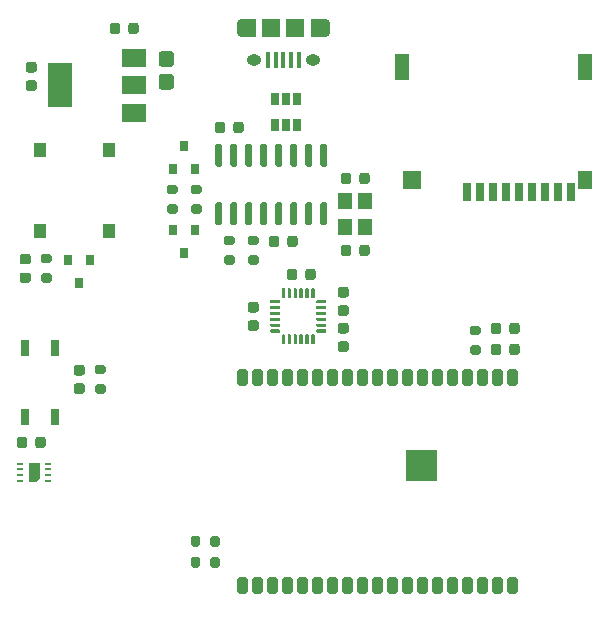
<source format=gbr>
%TF.GenerationSoftware,KiCad,Pcbnew,(5.1.10)-1*%
%TF.CreationDate,2021-12-18T14:31:07-08:00*%
%TF.ProjectId,ESP32_Playboard,45535033-325f-4506-9c61-79626f617264,rev?*%
%TF.SameCoordinates,Original*%
%TF.FileFunction,Paste,Top*%
%TF.FilePolarity,Positive*%
%FSLAX46Y46*%
G04 Gerber Fmt 4.6, Leading zero omitted, Abs format (unit mm)*
G04 Created by KiCad (PCBNEW (5.1.10)-1) date 2021-12-18 14:31:07*
%MOMM*%
%LPD*%
G01*
G04 APERTURE LIST*
%ADD10C,0.010000*%
%ADD11R,0.700000X1.400000*%
%ADD12R,1.000000X1.200000*%
%ADD13O,1.250000X0.950000*%
%ADD14R,1.200000X1.550000*%
%ADD15O,0.890000X1.550000*%
%ADD16R,1.500000X1.550000*%
%ADD17R,0.400000X1.350000*%
%ADD18R,0.700000X1.600000*%
%ADD19R,1.200000X2.200000*%
%ADD20R,1.200000X1.500000*%
%ADD21R,1.600000X1.500000*%
%ADD22R,0.800000X0.900000*%
%ADD23R,2.000000X3.800000*%
%ADD24R,2.000000X1.500000*%
%ADD25R,0.650000X1.060000*%
%ADD26C,0.100000*%
%ADD27R,0.550000X0.250000*%
%ADD28R,1.200000X1.400000*%
G04 APERTURE END LIST*
D10*
%TO.C,U5*%
G36*
X126449000Y-97427530D02*
G01*
X126449000Y-99961000D01*
X123917956Y-99961000D01*
X123917956Y-97427530D01*
X126449000Y-97427530D01*
G37*
X126449000Y-97427530D02*
X126449000Y-99961000D01*
X123917956Y-99961000D01*
X123917956Y-97427530D01*
X126449000Y-97427530D01*
%TD*%
D11*
%TO.C,D1*%
X94234000Y-94594000D03*
X94234000Y-88794000D03*
X91694000Y-94594000D03*
X91694000Y-88794000D03*
%TD*%
%TO.C,U5*%
G36*
G01*
X132722900Y-90541000D02*
X133225100Y-90541000D01*
G75*
G02*
X133439000Y-90754900I0J-213900D01*
G01*
X133439000Y-91777100D01*
G75*
G02*
X133225100Y-91991000I-213900J0D01*
G01*
X132722900Y-91991000D01*
G75*
G02*
X132509000Y-91777100I0J213900D01*
G01*
X132509000Y-90754900D01*
G75*
G02*
X132722900Y-90541000I213900J0D01*
G01*
G37*
G36*
G01*
X131452900Y-90541000D02*
X131955100Y-90541000D01*
G75*
G02*
X132169000Y-90754900I0J-213900D01*
G01*
X132169000Y-91777100D01*
G75*
G02*
X131955100Y-91991000I-213900J0D01*
G01*
X131452900Y-91991000D01*
G75*
G02*
X131239000Y-91777100I0J213900D01*
G01*
X131239000Y-90754900D01*
G75*
G02*
X131452900Y-90541000I213900J0D01*
G01*
G37*
G36*
G01*
X130182900Y-90541000D02*
X130685100Y-90541000D01*
G75*
G02*
X130899000Y-90754900I0J-213900D01*
G01*
X130899000Y-91777100D01*
G75*
G02*
X130685100Y-91991000I-213900J0D01*
G01*
X130182900Y-91991000D01*
G75*
G02*
X129969000Y-91777100I0J213900D01*
G01*
X129969000Y-90754900D01*
G75*
G02*
X130182900Y-90541000I213900J0D01*
G01*
G37*
G36*
G01*
X128912900Y-90541000D02*
X129415100Y-90541000D01*
G75*
G02*
X129629000Y-90754900I0J-213900D01*
G01*
X129629000Y-91777100D01*
G75*
G02*
X129415100Y-91991000I-213900J0D01*
G01*
X128912900Y-91991000D01*
G75*
G02*
X128699000Y-91777100I0J213900D01*
G01*
X128699000Y-90754900D01*
G75*
G02*
X128912900Y-90541000I213900J0D01*
G01*
G37*
G36*
G01*
X127642900Y-90541000D02*
X128145100Y-90541000D01*
G75*
G02*
X128359000Y-90754900I0J-213900D01*
G01*
X128359000Y-91777100D01*
G75*
G02*
X128145100Y-91991000I-213900J0D01*
G01*
X127642900Y-91991000D01*
G75*
G02*
X127429000Y-91777100I0J213900D01*
G01*
X127429000Y-90754900D01*
G75*
G02*
X127642900Y-90541000I213900J0D01*
G01*
G37*
G36*
G01*
X126372900Y-90541000D02*
X126875100Y-90541000D01*
G75*
G02*
X127089000Y-90754900I0J-213900D01*
G01*
X127089000Y-91777100D01*
G75*
G02*
X126875100Y-91991000I-213900J0D01*
G01*
X126372900Y-91991000D01*
G75*
G02*
X126159000Y-91777100I0J213900D01*
G01*
X126159000Y-90754900D01*
G75*
G02*
X126372900Y-90541000I213900J0D01*
G01*
G37*
G36*
G01*
X125102900Y-90541000D02*
X125605100Y-90541000D01*
G75*
G02*
X125819000Y-90754900I0J-213900D01*
G01*
X125819000Y-91777100D01*
G75*
G02*
X125605100Y-91991000I-213900J0D01*
G01*
X125102900Y-91991000D01*
G75*
G02*
X124889000Y-91777100I0J213900D01*
G01*
X124889000Y-90754900D01*
G75*
G02*
X125102900Y-90541000I213900J0D01*
G01*
G37*
G36*
G01*
X123832900Y-90541000D02*
X124335100Y-90541000D01*
G75*
G02*
X124549000Y-90754900I0J-213900D01*
G01*
X124549000Y-91777100D01*
G75*
G02*
X124335100Y-91991000I-213900J0D01*
G01*
X123832900Y-91991000D01*
G75*
G02*
X123619000Y-91777100I0J213900D01*
G01*
X123619000Y-90754900D01*
G75*
G02*
X123832900Y-90541000I213900J0D01*
G01*
G37*
G36*
G01*
X122562900Y-90541000D02*
X123065100Y-90541000D01*
G75*
G02*
X123279000Y-90754900I0J-213900D01*
G01*
X123279000Y-91777100D01*
G75*
G02*
X123065100Y-91991000I-213900J0D01*
G01*
X122562900Y-91991000D01*
G75*
G02*
X122349000Y-91777100I0J213900D01*
G01*
X122349000Y-90754900D01*
G75*
G02*
X122562900Y-90541000I213900J0D01*
G01*
G37*
G36*
G01*
X121292900Y-90541000D02*
X121795100Y-90541000D01*
G75*
G02*
X122009000Y-90754900I0J-213900D01*
G01*
X122009000Y-91777100D01*
G75*
G02*
X121795100Y-91991000I-213900J0D01*
G01*
X121292900Y-91991000D01*
G75*
G02*
X121079000Y-91777100I0J213900D01*
G01*
X121079000Y-90754900D01*
G75*
G02*
X121292900Y-90541000I213900J0D01*
G01*
G37*
G36*
G01*
X120022900Y-90541000D02*
X120525100Y-90541000D01*
G75*
G02*
X120739000Y-90754900I0J-213900D01*
G01*
X120739000Y-91777100D01*
G75*
G02*
X120525100Y-91991000I-213900J0D01*
G01*
X120022900Y-91991000D01*
G75*
G02*
X119809000Y-91777100I0J213900D01*
G01*
X119809000Y-90754900D01*
G75*
G02*
X120022900Y-90541000I213900J0D01*
G01*
G37*
G36*
G01*
X118752900Y-90541000D02*
X119255100Y-90541000D01*
G75*
G02*
X119469000Y-90754900I0J-213900D01*
G01*
X119469000Y-91777100D01*
G75*
G02*
X119255100Y-91991000I-213900J0D01*
G01*
X118752900Y-91991000D01*
G75*
G02*
X118539000Y-91777100I0J213900D01*
G01*
X118539000Y-90754900D01*
G75*
G02*
X118752900Y-90541000I213900J0D01*
G01*
G37*
G36*
G01*
X117482900Y-90541000D02*
X117985100Y-90541000D01*
G75*
G02*
X118199000Y-90754900I0J-213900D01*
G01*
X118199000Y-91777100D01*
G75*
G02*
X117985100Y-91991000I-213900J0D01*
G01*
X117482900Y-91991000D01*
G75*
G02*
X117269000Y-91777100I0J213900D01*
G01*
X117269000Y-90754900D01*
G75*
G02*
X117482900Y-90541000I213900J0D01*
G01*
G37*
G36*
G01*
X116212900Y-90541000D02*
X116715100Y-90541000D01*
G75*
G02*
X116929000Y-90754900I0J-213900D01*
G01*
X116929000Y-91777100D01*
G75*
G02*
X116715100Y-91991000I-213900J0D01*
G01*
X116212900Y-91991000D01*
G75*
G02*
X115999000Y-91777100I0J213900D01*
G01*
X115999000Y-90754900D01*
G75*
G02*
X116212900Y-90541000I213900J0D01*
G01*
G37*
G36*
G01*
X114942900Y-90541000D02*
X115445100Y-90541000D01*
G75*
G02*
X115659000Y-90754900I0J-213900D01*
G01*
X115659000Y-91777100D01*
G75*
G02*
X115445100Y-91991000I-213900J0D01*
G01*
X114942900Y-91991000D01*
G75*
G02*
X114729000Y-91777100I0J213900D01*
G01*
X114729000Y-90754900D01*
G75*
G02*
X114942900Y-90541000I213900J0D01*
G01*
G37*
G36*
G01*
X113672900Y-90541000D02*
X114175100Y-90541000D01*
G75*
G02*
X114389000Y-90754900I0J-213900D01*
G01*
X114389000Y-91777100D01*
G75*
G02*
X114175100Y-91991000I-213900J0D01*
G01*
X113672900Y-91991000D01*
G75*
G02*
X113459000Y-91777100I0J213900D01*
G01*
X113459000Y-90754900D01*
G75*
G02*
X113672900Y-90541000I213900J0D01*
G01*
G37*
G36*
G01*
X112402900Y-90541000D02*
X112905100Y-90541000D01*
G75*
G02*
X113119000Y-90754900I0J-213900D01*
G01*
X113119000Y-91777100D01*
G75*
G02*
X112905100Y-91991000I-213900J0D01*
G01*
X112402900Y-91991000D01*
G75*
G02*
X112189000Y-91777100I0J213900D01*
G01*
X112189000Y-90754900D01*
G75*
G02*
X112402900Y-90541000I213900J0D01*
G01*
G37*
G36*
G01*
X111132900Y-90541000D02*
X111635100Y-90541000D01*
G75*
G02*
X111849000Y-90754900I0J-213900D01*
G01*
X111849000Y-91777100D01*
G75*
G02*
X111635100Y-91991000I-213900J0D01*
G01*
X111132900Y-91991000D01*
G75*
G02*
X110919000Y-91777100I0J213900D01*
G01*
X110919000Y-90754900D01*
G75*
G02*
X111132900Y-90541000I213900J0D01*
G01*
G37*
G36*
G01*
X109862900Y-90541000D02*
X110365100Y-90541000D01*
G75*
G02*
X110579000Y-90754900I0J-213900D01*
G01*
X110579000Y-91777100D01*
G75*
G02*
X110365100Y-91991000I-213900J0D01*
G01*
X109862900Y-91991000D01*
G75*
G02*
X109649000Y-91777100I0J213900D01*
G01*
X109649000Y-90754900D01*
G75*
G02*
X109862900Y-90541000I213900J0D01*
G01*
G37*
G36*
G01*
X109862900Y-108161000D02*
X110365100Y-108161000D01*
G75*
G02*
X110579000Y-108374900I0J-213900D01*
G01*
X110579000Y-109397100D01*
G75*
G02*
X110365100Y-109611000I-213900J0D01*
G01*
X109862900Y-109611000D01*
G75*
G02*
X109649000Y-109397100I0J213900D01*
G01*
X109649000Y-108374900D01*
G75*
G02*
X109862900Y-108161000I213900J0D01*
G01*
G37*
G36*
G01*
X111132900Y-108161000D02*
X111635100Y-108161000D01*
G75*
G02*
X111849000Y-108374900I0J-213900D01*
G01*
X111849000Y-109397100D01*
G75*
G02*
X111635100Y-109611000I-213900J0D01*
G01*
X111132900Y-109611000D01*
G75*
G02*
X110919000Y-109397100I0J213900D01*
G01*
X110919000Y-108374900D01*
G75*
G02*
X111132900Y-108161000I213900J0D01*
G01*
G37*
G36*
G01*
X112402900Y-108161000D02*
X112905100Y-108161000D01*
G75*
G02*
X113119000Y-108374900I0J-213900D01*
G01*
X113119000Y-109397100D01*
G75*
G02*
X112905100Y-109611000I-213900J0D01*
G01*
X112402900Y-109611000D01*
G75*
G02*
X112189000Y-109397100I0J213900D01*
G01*
X112189000Y-108374900D01*
G75*
G02*
X112402900Y-108161000I213900J0D01*
G01*
G37*
G36*
G01*
X113672900Y-108161000D02*
X114175100Y-108161000D01*
G75*
G02*
X114389000Y-108374900I0J-213900D01*
G01*
X114389000Y-109397100D01*
G75*
G02*
X114175100Y-109611000I-213900J0D01*
G01*
X113672900Y-109611000D01*
G75*
G02*
X113459000Y-109397100I0J213900D01*
G01*
X113459000Y-108374900D01*
G75*
G02*
X113672900Y-108161000I213900J0D01*
G01*
G37*
G36*
G01*
X114942900Y-108161000D02*
X115445100Y-108161000D01*
G75*
G02*
X115659000Y-108374900I0J-213900D01*
G01*
X115659000Y-109397100D01*
G75*
G02*
X115445100Y-109611000I-213900J0D01*
G01*
X114942900Y-109611000D01*
G75*
G02*
X114729000Y-109397100I0J213900D01*
G01*
X114729000Y-108374900D01*
G75*
G02*
X114942900Y-108161000I213900J0D01*
G01*
G37*
G36*
G01*
X116212900Y-108161000D02*
X116715100Y-108161000D01*
G75*
G02*
X116929000Y-108374900I0J-213900D01*
G01*
X116929000Y-109397100D01*
G75*
G02*
X116715100Y-109611000I-213900J0D01*
G01*
X116212900Y-109611000D01*
G75*
G02*
X115999000Y-109397100I0J213900D01*
G01*
X115999000Y-108374900D01*
G75*
G02*
X116212900Y-108161000I213900J0D01*
G01*
G37*
G36*
G01*
X117482900Y-108161000D02*
X117985100Y-108161000D01*
G75*
G02*
X118199000Y-108374900I0J-213900D01*
G01*
X118199000Y-109397100D01*
G75*
G02*
X117985100Y-109611000I-213900J0D01*
G01*
X117482900Y-109611000D01*
G75*
G02*
X117269000Y-109397100I0J213900D01*
G01*
X117269000Y-108374900D01*
G75*
G02*
X117482900Y-108161000I213900J0D01*
G01*
G37*
G36*
G01*
X118752900Y-108161000D02*
X119255100Y-108161000D01*
G75*
G02*
X119469000Y-108374900I0J-213900D01*
G01*
X119469000Y-109397100D01*
G75*
G02*
X119255100Y-109611000I-213900J0D01*
G01*
X118752900Y-109611000D01*
G75*
G02*
X118539000Y-109397100I0J213900D01*
G01*
X118539000Y-108374900D01*
G75*
G02*
X118752900Y-108161000I213900J0D01*
G01*
G37*
G36*
G01*
X120022900Y-108161000D02*
X120525100Y-108161000D01*
G75*
G02*
X120739000Y-108374900I0J-213900D01*
G01*
X120739000Y-109397100D01*
G75*
G02*
X120525100Y-109611000I-213900J0D01*
G01*
X120022900Y-109611000D01*
G75*
G02*
X119809000Y-109397100I0J213900D01*
G01*
X119809000Y-108374900D01*
G75*
G02*
X120022900Y-108161000I213900J0D01*
G01*
G37*
G36*
G01*
X121292900Y-108161000D02*
X121795100Y-108161000D01*
G75*
G02*
X122009000Y-108374900I0J-213900D01*
G01*
X122009000Y-109397100D01*
G75*
G02*
X121795100Y-109611000I-213900J0D01*
G01*
X121292900Y-109611000D01*
G75*
G02*
X121079000Y-109397100I0J213900D01*
G01*
X121079000Y-108374900D01*
G75*
G02*
X121292900Y-108161000I213900J0D01*
G01*
G37*
G36*
G01*
X122562900Y-108161000D02*
X123065100Y-108161000D01*
G75*
G02*
X123279000Y-108374900I0J-213900D01*
G01*
X123279000Y-109397100D01*
G75*
G02*
X123065100Y-109611000I-213900J0D01*
G01*
X122562900Y-109611000D01*
G75*
G02*
X122349000Y-109397100I0J213900D01*
G01*
X122349000Y-108374900D01*
G75*
G02*
X122562900Y-108161000I213900J0D01*
G01*
G37*
G36*
G01*
X123832900Y-108161000D02*
X124335100Y-108161000D01*
G75*
G02*
X124549000Y-108374900I0J-213900D01*
G01*
X124549000Y-109397100D01*
G75*
G02*
X124335100Y-109611000I-213900J0D01*
G01*
X123832900Y-109611000D01*
G75*
G02*
X123619000Y-109397100I0J213900D01*
G01*
X123619000Y-108374900D01*
G75*
G02*
X123832900Y-108161000I213900J0D01*
G01*
G37*
G36*
G01*
X125102900Y-108161000D02*
X125605100Y-108161000D01*
G75*
G02*
X125819000Y-108374900I0J-213900D01*
G01*
X125819000Y-109397100D01*
G75*
G02*
X125605100Y-109611000I-213900J0D01*
G01*
X125102900Y-109611000D01*
G75*
G02*
X124889000Y-109397100I0J213900D01*
G01*
X124889000Y-108374900D01*
G75*
G02*
X125102900Y-108161000I213900J0D01*
G01*
G37*
G36*
G01*
X126372900Y-108161000D02*
X126875100Y-108161000D01*
G75*
G02*
X127089000Y-108374900I0J-213900D01*
G01*
X127089000Y-109397100D01*
G75*
G02*
X126875100Y-109611000I-213900J0D01*
G01*
X126372900Y-109611000D01*
G75*
G02*
X126159000Y-109397100I0J213900D01*
G01*
X126159000Y-108374900D01*
G75*
G02*
X126372900Y-108161000I213900J0D01*
G01*
G37*
G36*
G01*
X127642900Y-108161000D02*
X128145100Y-108161000D01*
G75*
G02*
X128359000Y-108374900I0J-213900D01*
G01*
X128359000Y-109397100D01*
G75*
G02*
X128145100Y-109611000I-213900J0D01*
G01*
X127642900Y-109611000D01*
G75*
G02*
X127429000Y-109397100I0J213900D01*
G01*
X127429000Y-108374900D01*
G75*
G02*
X127642900Y-108161000I213900J0D01*
G01*
G37*
G36*
G01*
X128912900Y-108161000D02*
X129415100Y-108161000D01*
G75*
G02*
X129629000Y-108374900I0J-213900D01*
G01*
X129629000Y-109397100D01*
G75*
G02*
X129415100Y-109611000I-213900J0D01*
G01*
X128912900Y-109611000D01*
G75*
G02*
X128699000Y-109397100I0J213900D01*
G01*
X128699000Y-108374900D01*
G75*
G02*
X128912900Y-108161000I213900J0D01*
G01*
G37*
G36*
G01*
X130182900Y-108161000D02*
X130685100Y-108161000D01*
G75*
G02*
X130899000Y-108374900I0J-213900D01*
G01*
X130899000Y-109397100D01*
G75*
G02*
X130685100Y-109611000I-213900J0D01*
G01*
X130182900Y-109611000D01*
G75*
G02*
X129969000Y-109397100I0J213900D01*
G01*
X129969000Y-108374900D01*
G75*
G02*
X130182900Y-108161000I213900J0D01*
G01*
G37*
G36*
G01*
X131452900Y-108161000D02*
X131955100Y-108161000D01*
G75*
G02*
X132169000Y-108374900I0J-213900D01*
G01*
X132169000Y-109397100D01*
G75*
G02*
X131955100Y-109611000I-213900J0D01*
G01*
X131452900Y-109611000D01*
G75*
G02*
X131239000Y-109397100I0J213900D01*
G01*
X131239000Y-108374900D01*
G75*
G02*
X131452900Y-108161000I213900J0D01*
G01*
G37*
G36*
G01*
X132722900Y-108161000D02*
X133225100Y-108161000D01*
G75*
G02*
X133439000Y-108374900I0J-213900D01*
G01*
X133439000Y-109397100D01*
G75*
G02*
X133225100Y-109611000I-213900J0D01*
G01*
X132722900Y-109611000D01*
G75*
G02*
X132509000Y-109397100I0J213900D01*
G01*
X132509000Y-108374900D01*
G75*
G02*
X132722900Y-108161000I213900J0D01*
G01*
G37*
%TD*%
%TO.C,R5*%
G36*
G01*
X129519000Y-88563000D02*
X130069000Y-88563000D01*
G75*
G02*
X130269000Y-88763000I0J-200000D01*
G01*
X130269000Y-89163000D01*
G75*
G02*
X130069000Y-89363000I-200000J0D01*
G01*
X129519000Y-89363000D01*
G75*
G02*
X129319000Y-89163000I0J200000D01*
G01*
X129319000Y-88763000D01*
G75*
G02*
X129519000Y-88563000I200000J0D01*
G01*
G37*
G36*
G01*
X129519000Y-86913000D02*
X130069000Y-86913000D01*
G75*
G02*
X130269000Y-87113000I0J-200000D01*
G01*
X130269000Y-87513000D01*
G75*
G02*
X130069000Y-87713000I-200000J0D01*
G01*
X129519000Y-87713000D01*
G75*
G02*
X129319000Y-87513000I0J200000D01*
G01*
X129319000Y-87113000D01*
G75*
G02*
X129519000Y-86913000I200000J0D01*
G01*
G37*
%TD*%
%TO.C,C11*%
G36*
G01*
X132009000Y-88650000D02*
X132009000Y-89150000D01*
G75*
G02*
X131784000Y-89375000I-225000J0D01*
G01*
X131334000Y-89375000D01*
G75*
G02*
X131109000Y-89150000I0J225000D01*
G01*
X131109000Y-88650000D01*
G75*
G02*
X131334000Y-88425000I225000J0D01*
G01*
X131784000Y-88425000D01*
G75*
G02*
X132009000Y-88650000I0J-225000D01*
G01*
G37*
G36*
G01*
X133559000Y-88650000D02*
X133559000Y-89150000D01*
G75*
G02*
X133334000Y-89375000I-225000J0D01*
G01*
X132884000Y-89375000D01*
G75*
G02*
X132659000Y-89150000I0J225000D01*
G01*
X132659000Y-88650000D01*
G75*
G02*
X132884000Y-88425000I225000J0D01*
G01*
X133334000Y-88425000D01*
G75*
G02*
X133559000Y-88650000I0J-225000D01*
G01*
G37*
%TD*%
%TO.C,C10*%
G36*
G01*
X132009000Y-86872000D02*
X132009000Y-87372000D01*
G75*
G02*
X131784000Y-87597000I-225000J0D01*
G01*
X131334000Y-87597000D01*
G75*
G02*
X131109000Y-87372000I0J225000D01*
G01*
X131109000Y-86872000D01*
G75*
G02*
X131334000Y-86647000I225000J0D01*
G01*
X131784000Y-86647000D01*
G75*
G02*
X132009000Y-86872000I0J-225000D01*
G01*
G37*
G36*
G01*
X133559000Y-86872000D02*
X133559000Y-87372000D01*
G75*
G02*
X133334000Y-87597000I-225000J0D01*
G01*
X132884000Y-87597000D01*
G75*
G02*
X132659000Y-87372000I0J225000D01*
G01*
X132659000Y-86872000D01*
G75*
G02*
X132884000Y-86647000I225000J0D01*
G01*
X133334000Y-86647000D01*
G75*
G02*
X133559000Y-86872000I0J-225000D01*
G01*
G37*
%TD*%
D12*
%TO.C,SW1*%
X92964000Y-78838000D03*
X92964000Y-72038000D03*
%TD*%
%TO.C,R2*%
G36*
G01*
X111273000Y-81743000D02*
X110723000Y-81743000D01*
G75*
G02*
X110523000Y-81543000I0J200000D01*
G01*
X110523000Y-81143000D01*
G75*
G02*
X110723000Y-80943000I200000J0D01*
G01*
X111273000Y-80943000D01*
G75*
G02*
X111473000Y-81143000I0J-200000D01*
G01*
X111473000Y-81543000D01*
G75*
G02*
X111273000Y-81743000I-200000J0D01*
G01*
G37*
G36*
G01*
X111273000Y-80093000D02*
X110723000Y-80093000D01*
G75*
G02*
X110523000Y-79893000I0J200000D01*
G01*
X110523000Y-79493000D01*
G75*
G02*
X110723000Y-79293000I200000J0D01*
G01*
X111273000Y-79293000D01*
G75*
G02*
X111473000Y-79493000I0J-200000D01*
G01*
X111473000Y-79893000D01*
G75*
G02*
X111273000Y-80093000I-200000J0D01*
G01*
G37*
%TD*%
D13*
%TO.C,J1*%
X111038000Y-64392000D03*
X116038000Y-64392000D03*
D14*
X110638000Y-61692000D03*
X116438000Y-61692000D03*
D15*
X110038000Y-61692000D03*
D16*
X112538000Y-61692000D03*
X114538000Y-61692000D03*
D15*
X117038000Y-61692000D03*
D17*
X112238000Y-64392000D03*
X112888000Y-64392000D03*
X113538000Y-64392000D03*
X114188000Y-64392000D03*
X114838000Y-64392000D03*
%TD*%
%TO.C,C1*%
G36*
G01*
X107741000Y-70354000D02*
X107741000Y-69854000D01*
G75*
G02*
X107966000Y-69629000I225000J0D01*
G01*
X108416000Y-69629000D01*
G75*
G02*
X108641000Y-69854000I0J-225000D01*
G01*
X108641000Y-70354000D01*
G75*
G02*
X108416000Y-70579000I-225000J0D01*
G01*
X107966000Y-70579000D01*
G75*
G02*
X107741000Y-70354000I0J225000D01*
G01*
G37*
G36*
G01*
X109291000Y-70354000D02*
X109291000Y-69854000D01*
G75*
G02*
X109516000Y-69629000I225000J0D01*
G01*
X109966000Y-69629000D01*
G75*
G02*
X110191000Y-69854000I0J-225000D01*
G01*
X110191000Y-70354000D01*
G75*
G02*
X109966000Y-70579000I-225000J0D01*
G01*
X109516000Y-70579000D01*
G75*
G02*
X109291000Y-70354000I0J225000D01*
G01*
G37*
%TD*%
%TO.C,C2*%
G36*
G01*
X113213000Y-79506000D02*
X113213000Y-80006000D01*
G75*
G02*
X112988000Y-80231000I-225000J0D01*
G01*
X112538000Y-80231000D01*
G75*
G02*
X112313000Y-80006000I0J225000D01*
G01*
X112313000Y-79506000D01*
G75*
G02*
X112538000Y-79281000I225000J0D01*
G01*
X112988000Y-79281000D01*
G75*
G02*
X113213000Y-79506000I0J-225000D01*
G01*
G37*
G36*
G01*
X114763000Y-79506000D02*
X114763000Y-80006000D01*
G75*
G02*
X114538000Y-80231000I-225000J0D01*
G01*
X114088000Y-80231000D01*
G75*
G02*
X113863000Y-80006000I0J225000D01*
G01*
X113863000Y-79506000D01*
G75*
G02*
X114088000Y-79281000I225000J0D01*
G01*
X114538000Y-79281000D01*
G75*
G02*
X114763000Y-79506000I0J-225000D01*
G01*
G37*
%TD*%
%TO.C,C3*%
G36*
G01*
X118409000Y-74672000D02*
X118409000Y-74172000D01*
G75*
G02*
X118634000Y-73947000I225000J0D01*
G01*
X119084000Y-73947000D01*
G75*
G02*
X119309000Y-74172000I0J-225000D01*
G01*
X119309000Y-74672000D01*
G75*
G02*
X119084000Y-74897000I-225000J0D01*
G01*
X118634000Y-74897000D01*
G75*
G02*
X118409000Y-74672000I0J225000D01*
G01*
G37*
G36*
G01*
X119959000Y-74672000D02*
X119959000Y-74172000D01*
G75*
G02*
X120184000Y-73947000I225000J0D01*
G01*
X120634000Y-73947000D01*
G75*
G02*
X120859000Y-74172000I0J-225000D01*
G01*
X120859000Y-74672000D01*
G75*
G02*
X120634000Y-74897000I-225000J0D01*
G01*
X120184000Y-74897000D01*
G75*
G02*
X119959000Y-74672000I0J225000D01*
G01*
G37*
%TD*%
%TO.C,C4*%
G36*
G01*
X119309000Y-80268000D02*
X119309000Y-80768000D01*
G75*
G02*
X119084000Y-80993000I-225000J0D01*
G01*
X118634000Y-80993000D01*
G75*
G02*
X118409000Y-80768000I0J225000D01*
G01*
X118409000Y-80268000D01*
G75*
G02*
X118634000Y-80043000I225000J0D01*
G01*
X119084000Y-80043000D01*
G75*
G02*
X119309000Y-80268000I0J-225000D01*
G01*
G37*
G36*
G01*
X120859000Y-80268000D02*
X120859000Y-80768000D01*
G75*
G02*
X120634000Y-80993000I-225000J0D01*
G01*
X120184000Y-80993000D01*
G75*
G02*
X119959000Y-80768000I0J225000D01*
G01*
X119959000Y-80268000D01*
G75*
G02*
X120184000Y-80043000I225000J0D01*
G01*
X120634000Y-80043000D01*
G75*
G02*
X120859000Y-80268000I0J-225000D01*
G01*
G37*
%TD*%
%TO.C,C5*%
G36*
G01*
X101301000Y-61472000D02*
X101301000Y-61972000D01*
G75*
G02*
X101076000Y-62197000I-225000J0D01*
G01*
X100626000Y-62197000D01*
G75*
G02*
X100401000Y-61972000I0J225000D01*
G01*
X100401000Y-61472000D01*
G75*
G02*
X100626000Y-61247000I225000J0D01*
G01*
X101076000Y-61247000D01*
G75*
G02*
X101301000Y-61472000I0J-225000D01*
G01*
G37*
G36*
G01*
X99751000Y-61472000D02*
X99751000Y-61972000D01*
G75*
G02*
X99526000Y-62197000I-225000J0D01*
G01*
X99076000Y-62197000D01*
G75*
G02*
X98851000Y-61972000I0J225000D01*
G01*
X98851000Y-61472000D01*
G75*
G02*
X99076000Y-61247000I225000J0D01*
G01*
X99526000Y-61247000D01*
G75*
G02*
X99751000Y-61472000I0J-225000D01*
G01*
G37*
%TD*%
%TO.C,C6*%
G36*
G01*
X92452000Y-65461000D02*
X91952000Y-65461000D01*
G75*
G02*
X91727000Y-65236000I0J225000D01*
G01*
X91727000Y-64786000D01*
G75*
G02*
X91952000Y-64561000I225000J0D01*
G01*
X92452000Y-64561000D01*
G75*
G02*
X92677000Y-64786000I0J-225000D01*
G01*
X92677000Y-65236000D01*
G75*
G02*
X92452000Y-65461000I-225000J0D01*
G01*
G37*
G36*
G01*
X92452000Y-67011000D02*
X91952000Y-67011000D01*
G75*
G02*
X91727000Y-66786000I0J225000D01*
G01*
X91727000Y-66336000D01*
G75*
G02*
X91952000Y-66111000I225000J0D01*
G01*
X92452000Y-66111000D01*
G75*
G02*
X92677000Y-66336000I0J-225000D01*
G01*
X92677000Y-66786000D01*
G75*
G02*
X92452000Y-67011000I-225000J0D01*
G01*
G37*
%TD*%
%TO.C,C7*%
G36*
G01*
X96016000Y-91765000D02*
X96516000Y-91765000D01*
G75*
G02*
X96741000Y-91990000I0J-225000D01*
G01*
X96741000Y-92440000D01*
G75*
G02*
X96516000Y-92665000I-225000J0D01*
G01*
X96016000Y-92665000D01*
G75*
G02*
X95791000Y-92440000I0J225000D01*
G01*
X95791000Y-91990000D01*
G75*
G02*
X96016000Y-91765000I225000J0D01*
G01*
G37*
G36*
G01*
X96016000Y-90215000D02*
X96516000Y-90215000D01*
G75*
G02*
X96741000Y-90440000I0J-225000D01*
G01*
X96741000Y-90890000D01*
G75*
G02*
X96516000Y-91115000I-225000J0D01*
G01*
X96016000Y-91115000D01*
G75*
G02*
X95791000Y-90890000I0J225000D01*
G01*
X95791000Y-90440000D01*
G75*
G02*
X96016000Y-90215000I225000J0D01*
G01*
G37*
%TD*%
%TO.C,C8*%
G36*
G01*
X118368000Y-88209000D02*
X118868000Y-88209000D01*
G75*
G02*
X119093000Y-88434000I0J-225000D01*
G01*
X119093000Y-88884000D01*
G75*
G02*
X118868000Y-89109000I-225000J0D01*
G01*
X118368000Y-89109000D01*
G75*
G02*
X118143000Y-88884000I0J225000D01*
G01*
X118143000Y-88434000D01*
G75*
G02*
X118368000Y-88209000I225000J0D01*
G01*
G37*
G36*
G01*
X118368000Y-86659000D02*
X118868000Y-86659000D01*
G75*
G02*
X119093000Y-86884000I0J-225000D01*
G01*
X119093000Y-87334000D01*
G75*
G02*
X118868000Y-87559000I-225000J0D01*
G01*
X118368000Y-87559000D01*
G75*
G02*
X118143000Y-87334000I0J225000D01*
G01*
X118143000Y-86884000D01*
G75*
G02*
X118368000Y-86659000I225000J0D01*
G01*
G37*
%TD*%
%TO.C,C9*%
G36*
G01*
X114737000Y-82300000D02*
X114737000Y-82800000D01*
G75*
G02*
X114512000Y-83025000I-225000J0D01*
G01*
X114062000Y-83025000D01*
G75*
G02*
X113837000Y-82800000I0J225000D01*
G01*
X113837000Y-82300000D01*
G75*
G02*
X114062000Y-82075000I225000J0D01*
G01*
X114512000Y-82075000D01*
G75*
G02*
X114737000Y-82300000I0J-225000D01*
G01*
G37*
G36*
G01*
X116287000Y-82300000D02*
X116287000Y-82800000D01*
G75*
G02*
X116062000Y-83025000I-225000J0D01*
G01*
X115612000Y-83025000D01*
G75*
G02*
X115387000Y-82800000I0J225000D01*
G01*
X115387000Y-82300000D01*
G75*
G02*
X115612000Y-82075000I225000J0D01*
G01*
X116062000Y-82075000D01*
G75*
G02*
X116287000Y-82300000I0J-225000D01*
G01*
G37*
%TD*%
%TO.C,C12*%
G36*
G01*
X118868000Y-86061000D02*
X118368000Y-86061000D01*
G75*
G02*
X118143000Y-85836000I0J225000D01*
G01*
X118143000Y-85386000D01*
G75*
G02*
X118368000Y-85161000I225000J0D01*
G01*
X118868000Y-85161000D01*
G75*
G02*
X119093000Y-85386000I0J-225000D01*
G01*
X119093000Y-85836000D01*
G75*
G02*
X118868000Y-86061000I-225000J0D01*
G01*
G37*
G36*
G01*
X118868000Y-84511000D02*
X118368000Y-84511000D01*
G75*
G02*
X118143000Y-84286000I0J225000D01*
G01*
X118143000Y-83836000D01*
G75*
G02*
X118368000Y-83611000I225000J0D01*
G01*
X118868000Y-83611000D01*
G75*
G02*
X119093000Y-83836000I0J-225000D01*
G01*
X119093000Y-84286000D01*
G75*
G02*
X118868000Y-84511000I-225000J0D01*
G01*
G37*
%TD*%
%TO.C,C13*%
G36*
G01*
X110748000Y-84881000D02*
X111248000Y-84881000D01*
G75*
G02*
X111473000Y-85106000I0J-225000D01*
G01*
X111473000Y-85556000D01*
G75*
G02*
X111248000Y-85781000I-225000J0D01*
G01*
X110748000Y-85781000D01*
G75*
G02*
X110523000Y-85556000I0J225000D01*
G01*
X110523000Y-85106000D01*
G75*
G02*
X110748000Y-84881000I225000J0D01*
G01*
G37*
G36*
G01*
X110748000Y-86431000D02*
X111248000Y-86431000D01*
G75*
G02*
X111473000Y-86656000I0J-225000D01*
G01*
X111473000Y-87106000D01*
G75*
G02*
X111248000Y-87331000I-225000J0D01*
G01*
X110748000Y-87331000D01*
G75*
G02*
X110523000Y-87106000I0J225000D01*
G01*
X110523000Y-86656000D01*
G75*
G02*
X110748000Y-86431000I225000J0D01*
G01*
G37*
%TD*%
%TO.C,C14*%
G36*
G01*
X90977000Y-97024000D02*
X90977000Y-96524000D01*
G75*
G02*
X91202000Y-96299000I225000J0D01*
G01*
X91652000Y-96299000D01*
G75*
G02*
X91877000Y-96524000I0J-225000D01*
G01*
X91877000Y-97024000D01*
G75*
G02*
X91652000Y-97249000I-225000J0D01*
G01*
X91202000Y-97249000D01*
G75*
G02*
X90977000Y-97024000I0J225000D01*
G01*
G37*
G36*
G01*
X92527000Y-97024000D02*
X92527000Y-96524000D01*
G75*
G02*
X92752000Y-96299000I225000J0D01*
G01*
X93202000Y-96299000D01*
G75*
G02*
X93427000Y-96524000I0J-225000D01*
G01*
X93427000Y-97024000D01*
G75*
G02*
X93202000Y-97249000I-225000J0D01*
G01*
X92752000Y-97249000D01*
G75*
G02*
X92527000Y-97024000I0J225000D01*
G01*
G37*
%TD*%
%TO.C,D2*%
G36*
G01*
X91437750Y-80817000D02*
X91950250Y-80817000D01*
G75*
G02*
X92169000Y-81035750I0J-218750D01*
G01*
X92169000Y-81473250D01*
G75*
G02*
X91950250Y-81692000I-218750J0D01*
G01*
X91437750Y-81692000D01*
G75*
G02*
X91219000Y-81473250I0J218750D01*
G01*
X91219000Y-81035750D01*
G75*
G02*
X91437750Y-80817000I218750J0D01*
G01*
G37*
G36*
G01*
X91437750Y-82392000D02*
X91950250Y-82392000D01*
G75*
G02*
X92169000Y-82610750I0J-218750D01*
G01*
X92169000Y-83048250D01*
G75*
G02*
X91950250Y-83267000I-218750J0D01*
G01*
X91437750Y-83267000D01*
G75*
G02*
X91219000Y-83048250I0J218750D01*
G01*
X91219000Y-82610750D01*
G75*
G02*
X91437750Y-82392000I218750J0D01*
G01*
G37*
%TD*%
%TO.C,F1*%
G36*
G01*
X103232000Y-63653000D02*
X104032000Y-63653000D01*
G75*
G02*
X104282000Y-63903000I0J-250000D01*
G01*
X104282000Y-64728000D01*
G75*
G02*
X104032000Y-64978000I-250000J0D01*
G01*
X103232000Y-64978000D01*
G75*
G02*
X102982000Y-64728000I0J250000D01*
G01*
X102982000Y-63903000D01*
G75*
G02*
X103232000Y-63653000I250000J0D01*
G01*
G37*
G36*
G01*
X103232000Y-65578000D02*
X104032000Y-65578000D01*
G75*
G02*
X104282000Y-65828000I0J-250000D01*
G01*
X104282000Y-66653000D01*
G75*
G02*
X104032000Y-66903000I-250000J0D01*
G01*
X103232000Y-66903000D01*
G75*
G02*
X102982000Y-66653000I0J250000D01*
G01*
X102982000Y-65828000D01*
G75*
G02*
X103232000Y-65578000I250000J0D01*
G01*
G37*
%TD*%
D18*
%TO.C,J2*%
X137868000Y-75568000D03*
D19*
X123568000Y-64968000D03*
X139068000Y-64968000D03*
D20*
X139068000Y-74568000D03*
D21*
X124468000Y-74568000D03*
D18*
X136768000Y-75568000D03*
X135668000Y-75568000D03*
X134568000Y-75568000D03*
X133468000Y-75568000D03*
X132368000Y-75568000D03*
X131268000Y-75568000D03*
X130168000Y-75568000D03*
X129068000Y-75568000D03*
%TD*%
D22*
%TO.C,Q1*%
X97216000Y-81296000D03*
X95316000Y-81296000D03*
X96266000Y-83296000D03*
%TD*%
%TO.C,Q2*%
X104206000Y-73644000D03*
X106106000Y-73644000D03*
X105156000Y-71644000D03*
%TD*%
%TO.C,Q3*%
X105156000Y-80756000D03*
X104206000Y-78756000D03*
X106106000Y-78756000D03*
%TD*%
%TO.C,R1*%
G36*
G01*
X109241000Y-80093000D02*
X108691000Y-80093000D01*
G75*
G02*
X108491000Y-79893000I0J200000D01*
G01*
X108491000Y-79493000D01*
G75*
G02*
X108691000Y-79293000I200000J0D01*
G01*
X109241000Y-79293000D01*
G75*
G02*
X109441000Y-79493000I0J-200000D01*
G01*
X109441000Y-79893000D01*
G75*
G02*
X109241000Y-80093000I-200000J0D01*
G01*
G37*
G36*
G01*
X109241000Y-81743000D02*
X108691000Y-81743000D01*
G75*
G02*
X108491000Y-81543000I0J200000D01*
G01*
X108491000Y-81143000D01*
G75*
G02*
X108691000Y-80943000I200000J0D01*
G01*
X109241000Y-80943000D01*
G75*
G02*
X109441000Y-81143000I0J-200000D01*
G01*
X109441000Y-81543000D01*
G75*
G02*
X109241000Y-81743000I-200000J0D01*
G01*
G37*
%TD*%
%TO.C,R3*%
G36*
G01*
X97769000Y-90215000D02*
X98319000Y-90215000D01*
G75*
G02*
X98519000Y-90415000I0J-200000D01*
G01*
X98519000Y-90815000D01*
G75*
G02*
X98319000Y-91015000I-200000J0D01*
G01*
X97769000Y-91015000D01*
G75*
G02*
X97569000Y-90815000I0J200000D01*
G01*
X97569000Y-90415000D01*
G75*
G02*
X97769000Y-90215000I200000J0D01*
G01*
G37*
G36*
G01*
X97769000Y-91865000D02*
X98319000Y-91865000D01*
G75*
G02*
X98519000Y-92065000I0J-200000D01*
G01*
X98519000Y-92465000D01*
G75*
G02*
X98319000Y-92665000I-200000J0D01*
G01*
X97769000Y-92665000D01*
G75*
G02*
X97569000Y-92465000I0J200000D01*
G01*
X97569000Y-92065000D01*
G75*
G02*
X97769000Y-91865000I200000J0D01*
G01*
G37*
%TD*%
%TO.C,R4*%
G36*
G01*
X93747000Y-83267000D02*
X93197000Y-83267000D01*
G75*
G02*
X92997000Y-83067000I0J200000D01*
G01*
X92997000Y-82667000D01*
G75*
G02*
X93197000Y-82467000I200000J0D01*
G01*
X93747000Y-82467000D01*
G75*
G02*
X93947000Y-82667000I0J-200000D01*
G01*
X93947000Y-83067000D01*
G75*
G02*
X93747000Y-83267000I-200000J0D01*
G01*
G37*
G36*
G01*
X93747000Y-81617000D02*
X93197000Y-81617000D01*
G75*
G02*
X92997000Y-81417000I0J200000D01*
G01*
X92997000Y-81017000D01*
G75*
G02*
X93197000Y-80817000I200000J0D01*
G01*
X93747000Y-80817000D01*
G75*
G02*
X93947000Y-81017000I0J-200000D01*
G01*
X93947000Y-81417000D01*
G75*
G02*
X93747000Y-81617000I-200000J0D01*
G01*
G37*
%TD*%
%TO.C,R6*%
G36*
G01*
X104415000Y-75775000D02*
X103865000Y-75775000D01*
G75*
G02*
X103665000Y-75575000I0J200000D01*
G01*
X103665000Y-75175000D01*
G75*
G02*
X103865000Y-74975000I200000J0D01*
G01*
X104415000Y-74975000D01*
G75*
G02*
X104615000Y-75175000I0J-200000D01*
G01*
X104615000Y-75575000D01*
G75*
G02*
X104415000Y-75775000I-200000J0D01*
G01*
G37*
G36*
G01*
X104415000Y-77425000D02*
X103865000Y-77425000D01*
G75*
G02*
X103665000Y-77225000I0J200000D01*
G01*
X103665000Y-76825000D01*
G75*
G02*
X103865000Y-76625000I200000J0D01*
G01*
X104415000Y-76625000D01*
G75*
G02*
X104615000Y-76825000I0J-200000D01*
G01*
X104615000Y-77225000D01*
G75*
G02*
X104415000Y-77425000I-200000J0D01*
G01*
G37*
%TD*%
%TO.C,R7*%
G36*
G01*
X106509000Y-104881000D02*
X106509000Y-105431000D01*
G75*
G02*
X106309000Y-105631000I-200000J0D01*
G01*
X105909000Y-105631000D01*
G75*
G02*
X105709000Y-105431000I0J200000D01*
G01*
X105709000Y-104881000D01*
G75*
G02*
X105909000Y-104681000I200000J0D01*
G01*
X106309000Y-104681000D01*
G75*
G02*
X106509000Y-104881000I0J-200000D01*
G01*
G37*
G36*
G01*
X108159000Y-104881000D02*
X108159000Y-105431000D01*
G75*
G02*
X107959000Y-105631000I-200000J0D01*
G01*
X107559000Y-105631000D01*
G75*
G02*
X107359000Y-105431000I0J200000D01*
G01*
X107359000Y-104881000D01*
G75*
G02*
X107559000Y-104681000I200000J0D01*
G01*
X107959000Y-104681000D01*
G75*
G02*
X108159000Y-104881000I0J-200000D01*
G01*
G37*
%TD*%
%TO.C,R9*%
G36*
G01*
X105709000Y-107209000D02*
X105709000Y-106659000D01*
G75*
G02*
X105909000Y-106459000I200000J0D01*
G01*
X106309000Y-106459000D01*
G75*
G02*
X106509000Y-106659000I0J-200000D01*
G01*
X106509000Y-107209000D01*
G75*
G02*
X106309000Y-107409000I-200000J0D01*
G01*
X105909000Y-107409000D01*
G75*
G02*
X105709000Y-107209000I0J200000D01*
G01*
G37*
G36*
G01*
X107359000Y-107209000D02*
X107359000Y-106659000D01*
G75*
G02*
X107559000Y-106459000I200000J0D01*
G01*
X107959000Y-106459000D01*
G75*
G02*
X108159000Y-106659000I0J-200000D01*
G01*
X108159000Y-107209000D01*
G75*
G02*
X107959000Y-107409000I-200000J0D01*
G01*
X107559000Y-107409000D01*
G75*
G02*
X107359000Y-107209000I0J200000D01*
G01*
G37*
%TD*%
%TO.C,R8*%
G36*
G01*
X105897000Y-74975000D02*
X106447000Y-74975000D01*
G75*
G02*
X106647000Y-75175000I0J-200000D01*
G01*
X106647000Y-75575000D01*
G75*
G02*
X106447000Y-75775000I-200000J0D01*
G01*
X105897000Y-75775000D01*
G75*
G02*
X105697000Y-75575000I0J200000D01*
G01*
X105697000Y-75175000D01*
G75*
G02*
X105897000Y-74975000I200000J0D01*
G01*
G37*
G36*
G01*
X105897000Y-76625000D02*
X106447000Y-76625000D01*
G75*
G02*
X106647000Y-76825000I0J-200000D01*
G01*
X106647000Y-77225000D01*
G75*
G02*
X106447000Y-77425000I-200000J0D01*
G01*
X105897000Y-77425000D01*
G75*
G02*
X105697000Y-77225000I0J200000D01*
G01*
X105697000Y-76825000D01*
G75*
G02*
X105897000Y-76625000I200000J0D01*
G01*
G37*
%TD*%
D12*
%TO.C,SW2*%
X98806000Y-78838000D03*
X98806000Y-72038000D03*
%TD*%
D23*
%TO.C,U1*%
X94640000Y-66548000D03*
D24*
X100940000Y-66548000D03*
X100940000Y-64248000D03*
X100940000Y-68848000D03*
%TD*%
D25*
%TO.C,U2*%
X112842000Y-69934000D03*
X113792000Y-69934000D03*
X114742000Y-69934000D03*
X114742000Y-67734000D03*
X112842000Y-67734000D03*
X113792000Y-67734000D03*
%TD*%
%TO.C,U3*%
G36*
G01*
X108227000Y-78380000D02*
X107927000Y-78380000D01*
G75*
G02*
X107777000Y-78230000I0J150000D01*
G01*
X107777000Y-76580000D01*
G75*
G02*
X107927000Y-76430000I150000J0D01*
G01*
X108227000Y-76430000D01*
G75*
G02*
X108377000Y-76580000I0J-150000D01*
G01*
X108377000Y-78230000D01*
G75*
G02*
X108227000Y-78380000I-150000J0D01*
G01*
G37*
G36*
G01*
X109497000Y-78380000D02*
X109197000Y-78380000D01*
G75*
G02*
X109047000Y-78230000I0J150000D01*
G01*
X109047000Y-76580000D01*
G75*
G02*
X109197000Y-76430000I150000J0D01*
G01*
X109497000Y-76430000D01*
G75*
G02*
X109647000Y-76580000I0J-150000D01*
G01*
X109647000Y-78230000D01*
G75*
G02*
X109497000Y-78380000I-150000J0D01*
G01*
G37*
G36*
G01*
X110767000Y-78380000D02*
X110467000Y-78380000D01*
G75*
G02*
X110317000Y-78230000I0J150000D01*
G01*
X110317000Y-76580000D01*
G75*
G02*
X110467000Y-76430000I150000J0D01*
G01*
X110767000Y-76430000D01*
G75*
G02*
X110917000Y-76580000I0J-150000D01*
G01*
X110917000Y-78230000D01*
G75*
G02*
X110767000Y-78380000I-150000J0D01*
G01*
G37*
G36*
G01*
X112037000Y-78380000D02*
X111737000Y-78380000D01*
G75*
G02*
X111587000Y-78230000I0J150000D01*
G01*
X111587000Y-76580000D01*
G75*
G02*
X111737000Y-76430000I150000J0D01*
G01*
X112037000Y-76430000D01*
G75*
G02*
X112187000Y-76580000I0J-150000D01*
G01*
X112187000Y-78230000D01*
G75*
G02*
X112037000Y-78380000I-150000J0D01*
G01*
G37*
G36*
G01*
X113307000Y-78380000D02*
X113007000Y-78380000D01*
G75*
G02*
X112857000Y-78230000I0J150000D01*
G01*
X112857000Y-76580000D01*
G75*
G02*
X113007000Y-76430000I150000J0D01*
G01*
X113307000Y-76430000D01*
G75*
G02*
X113457000Y-76580000I0J-150000D01*
G01*
X113457000Y-78230000D01*
G75*
G02*
X113307000Y-78380000I-150000J0D01*
G01*
G37*
G36*
G01*
X114577000Y-78380000D02*
X114277000Y-78380000D01*
G75*
G02*
X114127000Y-78230000I0J150000D01*
G01*
X114127000Y-76580000D01*
G75*
G02*
X114277000Y-76430000I150000J0D01*
G01*
X114577000Y-76430000D01*
G75*
G02*
X114727000Y-76580000I0J-150000D01*
G01*
X114727000Y-78230000D01*
G75*
G02*
X114577000Y-78380000I-150000J0D01*
G01*
G37*
G36*
G01*
X115847000Y-78380000D02*
X115547000Y-78380000D01*
G75*
G02*
X115397000Y-78230000I0J150000D01*
G01*
X115397000Y-76580000D01*
G75*
G02*
X115547000Y-76430000I150000J0D01*
G01*
X115847000Y-76430000D01*
G75*
G02*
X115997000Y-76580000I0J-150000D01*
G01*
X115997000Y-78230000D01*
G75*
G02*
X115847000Y-78380000I-150000J0D01*
G01*
G37*
G36*
G01*
X117117000Y-78380000D02*
X116817000Y-78380000D01*
G75*
G02*
X116667000Y-78230000I0J150000D01*
G01*
X116667000Y-76580000D01*
G75*
G02*
X116817000Y-76430000I150000J0D01*
G01*
X117117000Y-76430000D01*
G75*
G02*
X117267000Y-76580000I0J-150000D01*
G01*
X117267000Y-78230000D01*
G75*
G02*
X117117000Y-78380000I-150000J0D01*
G01*
G37*
G36*
G01*
X117117000Y-73430000D02*
X116817000Y-73430000D01*
G75*
G02*
X116667000Y-73280000I0J150000D01*
G01*
X116667000Y-71630000D01*
G75*
G02*
X116817000Y-71480000I150000J0D01*
G01*
X117117000Y-71480000D01*
G75*
G02*
X117267000Y-71630000I0J-150000D01*
G01*
X117267000Y-73280000D01*
G75*
G02*
X117117000Y-73430000I-150000J0D01*
G01*
G37*
G36*
G01*
X115847000Y-73430000D02*
X115547000Y-73430000D01*
G75*
G02*
X115397000Y-73280000I0J150000D01*
G01*
X115397000Y-71630000D01*
G75*
G02*
X115547000Y-71480000I150000J0D01*
G01*
X115847000Y-71480000D01*
G75*
G02*
X115997000Y-71630000I0J-150000D01*
G01*
X115997000Y-73280000D01*
G75*
G02*
X115847000Y-73430000I-150000J0D01*
G01*
G37*
G36*
G01*
X114577000Y-73430000D02*
X114277000Y-73430000D01*
G75*
G02*
X114127000Y-73280000I0J150000D01*
G01*
X114127000Y-71630000D01*
G75*
G02*
X114277000Y-71480000I150000J0D01*
G01*
X114577000Y-71480000D01*
G75*
G02*
X114727000Y-71630000I0J-150000D01*
G01*
X114727000Y-73280000D01*
G75*
G02*
X114577000Y-73430000I-150000J0D01*
G01*
G37*
G36*
G01*
X113307000Y-73430000D02*
X113007000Y-73430000D01*
G75*
G02*
X112857000Y-73280000I0J150000D01*
G01*
X112857000Y-71630000D01*
G75*
G02*
X113007000Y-71480000I150000J0D01*
G01*
X113307000Y-71480000D01*
G75*
G02*
X113457000Y-71630000I0J-150000D01*
G01*
X113457000Y-73280000D01*
G75*
G02*
X113307000Y-73430000I-150000J0D01*
G01*
G37*
G36*
G01*
X112037000Y-73430000D02*
X111737000Y-73430000D01*
G75*
G02*
X111587000Y-73280000I0J150000D01*
G01*
X111587000Y-71630000D01*
G75*
G02*
X111737000Y-71480000I150000J0D01*
G01*
X112037000Y-71480000D01*
G75*
G02*
X112187000Y-71630000I0J-150000D01*
G01*
X112187000Y-73280000D01*
G75*
G02*
X112037000Y-73430000I-150000J0D01*
G01*
G37*
G36*
G01*
X110767000Y-73430000D02*
X110467000Y-73430000D01*
G75*
G02*
X110317000Y-73280000I0J150000D01*
G01*
X110317000Y-71630000D01*
G75*
G02*
X110467000Y-71480000I150000J0D01*
G01*
X110767000Y-71480000D01*
G75*
G02*
X110917000Y-71630000I0J-150000D01*
G01*
X110917000Y-73280000D01*
G75*
G02*
X110767000Y-73430000I-150000J0D01*
G01*
G37*
G36*
G01*
X109497000Y-73430000D02*
X109197000Y-73430000D01*
G75*
G02*
X109047000Y-73280000I0J150000D01*
G01*
X109047000Y-71630000D01*
G75*
G02*
X109197000Y-71480000I150000J0D01*
G01*
X109497000Y-71480000D01*
G75*
G02*
X109647000Y-71630000I0J-150000D01*
G01*
X109647000Y-73280000D01*
G75*
G02*
X109497000Y-73430000I-150000J0D01*
G01*
G37*
G36*
G01*
X108227000Y-73430000D02*
X107927000Y-73430000D01*
G75*
G02*
X107777000Y-73280000I0J150000D01*
G01*
X107777000Y-71630000D01*
G75*
G02*
X107927000Y-71480000I150000J0D01*
G01*
X108227000Y-71480000D01*
G75*
G02*
X108377000Y-71630000I0J-150000D01*
G01*
X108377000Y-73280000D01*
G75*
G02*
X108227000Y-73430000I-150000J0D01*
G01*
G37*
%TD*%
%TO.C,U4*%
G36*
G01*
X113633000Y-88481000D02*
X113483000Y-88481000D01*
G75*
G02*
X113408000Y-88406000I0J75000D01*
G01*
X113408000Y-87706000D01*
G75*
G02*
X113483000Y-87631000I75000J0D01*
G01*
X113633000Y-87631000D01*
G75*
G02*
X113708000Y-87706000I0J-75000D01*
G01*
X113708000Y-88406000D01*
G75*
G02*
X113633000Y-88481000I-75000J0D01*
G01*
G37*
G36*
G01*
X114133000Y-88481000D02*
X113983000Y-88481000D01*
G75*
G02*
X113908000Y-88406000I0J75000D01*
G01*
X113908000Y-87706000D01*
G75*
G02*
X113983000Y-87631000I75000J0D01*
G01*
X114133000Y-87631000D01*
G75*
G02*
X114208000Y-87706000I0J-75000D01*
G01*
X114208000Y-88406000D01*
G75*
G02*
X114133000Y-88481000I-75000J0D01*
G01*
G37*
G36*
G01*
X114633000Y-88481000D02*
X114483000Y-88481000D01*
G75*
G02*
X114408000Y-88406000I0J75000D01*
G01*
X114408000Y-87706000D01*
G75*
G02*
X114483000Y-87631000I75000J0D01*
G01*
X114633000Y-87631000D01*
G75*
G02*
X114708000Y-87706000I0J-75000D01*
G01*
X114708000Y-88406000D01*
G75*
G02*
X114633000Y-88481000I-75000J0D01*
G01*
G37*
G36*
G01*
X115133000Y-88481000D02*
X114983000Y-88481000D01*
G75*
G02*
X114908000Y-88406000I0J75000D01*
G01*
X114908000Y-87706000D01*
G75*
G02*
X114983000Y-87631000I75000J0D01*
G01*
X115133000Y-87631000D01*
G75*
G02*
X115208000Y-87706000I0J-75000D01*
G01*
X115208000Y-88406000D01*
G75*
G02*
X115133000Y-88481000I-75000J0D01*
G01*
G37*
G36*
G01*
X115633000Y-88481000D02*
X115483000Y-88481000D01*
G75*
G02*
X115408000Y-88406000I0J75000D01*
G01*
X115408000Y-87706000D01*
G75*
G02*
X115483000Y-87631000I75000J0D01*
G01*
X115633000Y-87631000D01*
G75*
G02*
X115708000Y-87706000I0J-75000D01*
G01*
X115708000Y-88406000D01*
G75*
G02*
X115633000Y-88481000I-75000J0D01*
G01*
G37*
G36*
G01*
X116133000Y-88481000D02*
X115983000Y-88481000D01*
G75*
G02*
X115908000Y-88406000I0J75000D01*
G01*
X115908000Y-87706000D01*
G75*
G02*
X115983000Y-87631000I75000J0D01*
G01*
X116133000Y-87631000D01*
G75*
G02*
X116208000Y-87706000I0J-75000D01*
G01*
X116208000Y-88406000D01*
G75*
G02*
X116133000Y-88481000I-75000J0D01*
G01*
G37*
G36*
G01*
X117183000Y-87281000D02*
X117183000Y-87431000D01*
G75*
G02*
X117108000Y-87506000I-75000J0D01*
G01*
X116408000Y-87506000D01*
G75*
G02*
X116333000Y-87431000I0J75000D01*
G01*
X116333000Y-87281000D01*
G75*
G02*
X116408000Y-87206000I75000J0D01*
G01*
X117108000Y-87206000D01*
G75*
G02*
X117183000Y-87281000I0J-75000D01*
G01*
G37*
G36*
G01*
X117183000Y-86781000D02*
X117183000Y-86931000D01*
G75*
G02*
X117108000Y-87006000I-75000J0D01*
G01*
X116408000Y-87006000D01*
G75*
G02*
X116333000Y-86931000I0J75000D01*
G01*
X116333000Y-86781000D01*
G75*
G02*
X116408000Y-86706000I75000J0D01*
G01*
X117108000Y-86706000D01*
G75*
G02*
X117183000Y-86781000I0J-75000D01*
G01*
G37*
G36*
G01*
X117183000Y-86281000D02*
X117183000Y-86431000D01*
G75*
G02*
X117108000Y-86506000I-75000J0D01*
G01*
X116408000Y-86506000D01*
G75*
G02*
X116333000Y-86431000I0J75000D01*
G01*
X116333000Y-86281000D01*
G75*
G02*
X116408000Y-86206000I75000J0D01*
G01*
X117108000Y-86206000D01*
G75*
G02*
X117183000Y-86281000I0J-75000D01*
G01*
G37*
G36*
G01*
X117183000Y-85781000D02*
X117183000Y-85931000D01*
G75*
G02*
X117108000Y-86006000I-75000J0D01*
G01*
X116408000Y-86006000D01*
G75*
G02*
X116333000Y-85931000I0J75000D01*
G01*
X116333000Y-85781000D01*
G75*
G02*
X116408000Y-85706000I75000J0D01*
G01*
X117108000Y-85706000D01*
G75*
G02*
X117183000Y-85781000I0J-75000D01*
G01*
G37*
G36*
G01*
X117183000Y-85281000D02*
X117183000Y-85431000D01*
G75*
G02*
X117108000Y-85506000I-75000J0D01*
G01*
X116408000Y-85506000D01*
G75*
G02*
X116333000Y-85431000I0J75000D01*
G01*
X116333000Y-85281000D01*
G75*
G02*
X116408000Y-85206000I75000J0D01*
G01*
X117108000Y-85206000D01*
G75*
G02*
X117183000Y-85281000I0J-75000D01*
G01*
G37*
G36*
G01*
X117183000Y-84781000D02*
X117183000Y-84931000D01*
G75*
G02*
X117108000Y-85006000I-75000J0D01*
G01*
X116408000Y-85006000D01*
G75*
G02*
X116333000Y-84931000I0J75000D01*
G01*
X116333000Y-84781000D01*
G75*
G02*
X116408000Y-84706000I75000J0D01*
G01*
X117108000Y-84706000D01*
G75*
G02*
X117183000Y-84781000I0J-75000D01*
G01*
G37*
G36*
G01*
X116133000Y-84581000D02*
X115983000Y-84581000D01*
G75*
G02*
X115908000Y-84506000I0J75000D01*
G01*
X115908000Y-83806000D01*
G75*
G02*
X115983000Y-83731000I75000J0D01*
G01*
X116133000Y-83731000D01*
G75*
G02*
X116208000Y-83806000I0J-75000D01*
G01*
X116208000Y-84506000D01*
G75*
G02*
X116133000Y-84581000I-75000J0D01*
G01*
G37*
G36*
G01*
X115633000Y-84581000D02*
X115483000Y-84581000D01*
G75*
G02*
X115408000Y-84506000I0J75000D01*
G01*
X115408000Y-83806000D01*
G75*
G02*
X115483000Y-83731000I75000J0D01*
G01*
X115633000Y-83731000D01*
G75*
G02*
X115708000Y-83806000I0J-75000D01*
G01*
X115708000Y-84506000D01*
G75*
G02*
X115633000Y-84581000I-75000J0D01*
G01*
G37*
G36*
G01*
X115133000Y-84581000D02*
X114983000Y-84581000D01*
G75*
G02*
X114908000Y-84506000I0J75000D01*
G01*
X114908000Y-83806000D01*
G75*
G02*
X114983000Y-83731000I75000J0D01*
G01*
X115133000Y-83731000D01*
G75*
G02*
X115208000Y-83806000I0J-75000D01*
G01*
X115208000Y-84506000D01*
G75*
G02*
X115133000Y-84581000I-75000J0D01*
G01*
G37*
G36*
G01*
X114633000Y-84581000D02*
X114483000Y-84581000D01*
G75*
G02*
X114408000Y-84506000I0J75000D01*
G01*
X114408000Y-83806000D01*
G75*
G02*
X114483000Y-83731000I75000J0D01*
G01*
X114633000Y-83731000D01*
G75*
G02*
X114708000Y-83806000I0J-75000D01*
G01*
X114708000Y-84506000D01*
G75*
G02*
X114633000Y-84581000I-75000J0D01*
G01*
G37*
G36*
G01*
X114133000Y-84581000D02*
X113983000Y-84581000D01*
G75*
G02*
X113908000Y-84506000I0J75000D01*
G01*
X113908000Y-83806000D01*
G75*
G02*
X113983000Y-83731000I75000J0D01*
G01*
X114133000Y-83731000D01*
G75*
G02*
X114208000Y-83806000I0J-75000D01*
G01*
X114208000Y-84506000D01*
G75*
G02*
X114133000Y-84581000I-75000J0D01*
G01*
G37*
G36*
G01*
X113633000Y-84581000D02*
X113483000Y-84581000D01*
G75*
G02*
X113408000Y-84506000I0J75000D01*
G01*
X113408000Y-83806000D01*
G75*
G02*
X113483000Y-83731000I75000J0D01*
G01*
X113633000Y-83731000D01*
G75*
G02*
X113708000Y-83806000I0J-75000D01*
G01*
X113708000Y-84506000D01*
G75*
G02*
X113633000Y-84581000I-75000J0D01*
G01*
G37*
G36*
G01*
X113283000Y-84781000D02*
X113283000Y-84931000D01*
G75*
G02*
X113208000Y-85006000I-75000J0D01*
G01*
X112508000Y-85006000D01*
G75*
G02*
X112433000Y-84931000I0J75000D01*
G01*
X112433000Y-84781000D01*
G75*
G02*
X112508000Y-84706000I75000J0D01*
G01*
X113208000Y-84706000D01*
G75*
G02*
X113283000Y-84781000I0J-75000D01*
G01*
G37*
G36*
G01*
X113283000Y-85281000D02*
X113283000Y-85431000D01*
G75*
G02*
X113208000Y-85506000I-75000J0D01*
G01*
X112508000Y-85506000D01*
G75*
G02*
X112433000Y-85431000I0J75000D01*
G01*
X112433000Y-85281000D01*
G75*
G02*
X112508000Y-85206000I75000J0D01*
G01*
X113208000Y-85206000D01*
G75*
G02*
X113283000Y-85281000I0J-75000D01*
G01*
G37*
G36*
G01*
X113283000Y-85781000D02*
X113283000Y-85931000D01*
G75*
G02*
X113208000Y-86006000I-75000J0D01*
G01*
X112508000Y-86006000D01*
G75*
G02*
X112433000Y-85931000I0J75000D01*
G01*
X112433000Y-85781000D01*
G75*
G02*
X112508000Y-85706000I75000J0D01*
G01*
X113208000Y-85706000D01*
G75*
G02*
X113283000Y-85781000I0J-75000D01*
G01*
G37*
G36*
G01*
X113283000Y-86281000D02*
X113283000Y-86431000D01*
G75*
G02*
X113208000Y-86506000I-75000J0D01*
G01*
X112508000Y-86506000D01*
G75*
G02*
X112433000Y-86431000I0J75000D01*
G01*
X112433000Y-86281000D01*
G75*
G02*
X112508000Y-86206000I75000J0D01*
G01*
X113208000Y-86206000D01*
G75*
G02*
X113283000Y-86281000I0J-75000D01*
G01*
G37*
G36*
G01*
X113283000Y-86781000D02*
X113283000Y-86931000D01*
G75*
G02*
X113208000Y-87006000I-75000J0D01*
G01*
X112508000Y-87006000D01*
G75*
G02*
X112433000Y-86931000I0J75000D01*
G01*
X112433000Y-86781000D01*
G75*
G02*
X112508000Y-86706000I75000J0D01*
G01*
X113208000Y-86706000D01*
G75*
G02*
X113283000Y-86781000I0J-75000D01*
G01*
G37*
G36*
G01*
X113283000Y-87281000D02*
X113283000Y-87431000D01*
G75*
G02*
X113208000Y-87506000I-75000J0D01*
G01*
X112508000Y-87506000D01*
G75*
G02*
X112433000Y-87431000I0J75000D01*
G01*
X112433000Y-87281000D01*
G75*
G02*
X112508000Y-87206000I75000J0D01*
G01*
X113208000Y-87206000D01*
G75*
G02*
X113283000Y-87281000I0J-75000D01*
G01*
G37*
%TD*%
D26*
%TO.C,U6*%
G36*
X92006000Y-98514000D02*
G01*
X92906000Y-98514000D01*
X92906000Y-99844000D01*
X92636000Y-100114000D01*
X92006000Y-100114000D01*
X92006000Y-98514000D01*
G37*
D27*
X91281000Y-100064000D03*
X91281000Y-99564000D03*
X91281000Y-99064000D03*
X91281000Y-98564000D03*
X93631000Y-98564000D03*
X93631000Y-99064000D03*
X93631000Y-99564000D03*
X93631000Y-100064000D03*
%TD*%
D28*
%TO.C,Y1*%
X118784000Y-76370000D03*
X118784000Y-78570000D03*
X120484000Y-78570000D03*
X120484000Y-76370000D03*
%TD*%
M02*

</source>
